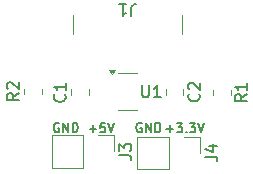
<source format=gbr>
%TF.GenerationSoftware,KiCad,Pcbnew,9.0.4*%
%TF.CreationDate,2025-10-29T17:36:43+05:30*%
%TF.ProjectId,usb_to_3.3v,7573625f-746f-45f3-932e-33762e6b6963,rev?*%
%TF.SameCoordinates,Original*%
%TF.FileFunction,Legend,Top*%
%TF.FilePolarity,Positive*%
%FSLAX46Y46*%
G04 Gerber Fmt 4.6, Leading zero omitted, Abs format (unit mm)*
G04 Created by KiCad (PCBNEW 9.0.4) date 2025-10-29 17:36:43*
%MOMM*%
%LPD*%
G01*
G04 APERTURE LIST*
%ADD10C,0.190500*%
%ADD11C,0.150000*%
%ADD12C,0.120000*%
G04 APERTURE END LIST*
D10*
X152306756Y-89087427D02*
X152887328Y-89087427D01*
X152597042Y-89392189D02*
X152597042Y-88782665D01*
X153177614Y-88592189D02*
X153649328Y-88592189D01*
X153649328Y-88592189D02*
X153395328Y-88896951D01*
X153395328Y-88896951D02*
X153504185Y-88896951D01*
X153504185Y-88896951D02*
X153576757Y-88935046D01*
X153576757Y-88935046D02*
X153613042Y-88973141D01*
X153613042Y-88973141D02*
X153649328Y-89049332D01*
X153649328Y-89049332D02*
X153649328Y-89239808D01*
X153649328Y-89239808D02*
X153613042Y-89315998D01*
X153613042Y-89315998D02*
X153576757Y-89354094D01*
X153576757Y-89354094D02*
X153504185Y-89392189D01*
X153504185Y-89392189D02*
X153286471Y-89392189D01*
X153286471Y-89392189D02*
X153213899Y-89354094D01*
X153213899Y-89354094D02*
X153177614Y-89315998D01*
X153975899Y-89315998D02*
X154012185Y-89354094D01*
X154012185Y-89354094D02*
X153975899Y-89392189D01*
X153975899Y-89392189D02*
X153939613Y-89354094D01*
X153939613Y-89354094D02*
X153975899Y-89315998D01*
X153975899Y-89315998D02*
X153975899Y-89392189D01*
X154266185Y-88592189D02*
X154737899Y-88592189D01*
X154737899Y-88592189D02*
X154483899Y-88896951D01*
X154483899Y-88896951D02*
X154592756Y-88896951D01*
X154592756Y-88896951D02*
X154665328Y-88935046D01*
X154665328Y-88935046D02*
X154701613Y-88973141D01*
X154701613Y-88973141D02*
X154737899Y-89049332D01*
X154737899Y-89049332D02*
X154737899Y-89239808D01*
X154737899Y-89239808D02*
X154701613Y-89315998D01*
X154701613Y-89315998D02*
X154665328Y-89354094D01*
X154665328Y-89354094D02*
X154592756Y-89392189D01*
X154592756Y-89392189D02*
X154375042Y-89392189D01*
X154375042Y-89392189D02*
X154302470Y-89354094D01*
X154302470Y-89354094D02*
X154266185Y-89315998D01*
X154955613Y-88592189D02*
X155209613Y-89392189D01*
X155209613Y-89392189D02*
X155463613Y-88592189D01*
X150205899Y-88630284D02*
X150133328Y-88592189D01*
X150133328Y-88592189D02*
X150024470Y-88592189D01*
X150024470Y-88592189D02*
X149915613Y-88630284D01*
X149915613Y-88630284D02*
X149843042Y-88706474D01*
X149843042Y-88706474D02*
X149806756Y-88782665D01*
X149806756Y-88782665D02*
X149770470Y-88935046D01*
X149770470Y-88935046D02*
X149770470Y-89049332D01*
X149770470Y-89049332D02*
X149806756Y-89201713D01*
X149806756Y-89201713D02*
X149843042Y-89277903D01*
X149843042Y-89277903D02*
X149915613Y-89354094D01*
X149915613Y-89354094D02*
X150024470Y-89392189D01*
X150024470Y-89392189D02*
X150097042Y-89392189D01*
X150097042Y-89392189D02*
X150205899Y-89354094D01*
X150205899Y-89354094D02*
X150242185Y-89315998D01*
X150242185Y-89315998D02*
X150242185Y-89049332D01*
X150242185Y-89049332D02*
X150097042Y-89049332D01*
X150568756Y-89392189D02*
X150568756Y-88592189D01*
X150568756Y-88592189D02*
X151004185Y-89392189D01*
X151004185Y-89392189D02*
X151004185Y-88592189D01*
X151367042Y-89392189D02*
X151367042Y-88592189D01*
X151367042Y-88592189D02*
X151548471Y-88592189D01*
X151548471Y-88592189D02*
X151657328Y-88630284D01*
X151657328Y-88630284D02*
X151729899Y-88706474D01*
X151729899Y-88706474D02*
X151766185Y-88782665D01*
X151766185Y-88782665D02*
X151802471Y-88935046D01*
X151802471Y-88935046D02*
X151802471Y-89049332D01*
X151802471Y-89049332D02*
X151766185Y-89201713D01*
X151766185Y-89201713D02*
X151729899Y-89277903D01*
X151729899Y-89277903D02*
X151657328Y-89354094D01*
X151657328Y-89354094D02*
X151548471Y-89392189D01*
X151548471Y-89392189D02*
X151367042Y-89392189D01*
X143205899Y-88630284D02*
X143133328Y-88592189D01*
X143133328Y-88592189D02*
X143024470Y-88592189D01*
X143024470Y-88592189D02*
X142915613Y-88630284D01*
X142915613Y-88630284D02*
X142843042Y-88706474D01*
X142843042Y-88706474D02*
X142806756Y-88782665D01*
X142806756Y-88782665D02*
X142770470Y-88935046D01*
X142770470Y-88935046D02*
X142770470Y-89049332D01*
X142770470Y-89049332D02*
X142806756Y-89201713D01*
X142806756Y-89201713D02*
X142843042Y-89277903D01*
X142843042Y-89277903D02*
X142915613Y-89354094D01*
X142915613Y-89354094D02*
X143024470Y-89392189D01*
X143024470Y-89392189D02*
X143097042Y-89392189D01*
X143097042Y-89392189D02*
X143205899Y-89354094D01*
X143205899Y-89354094D02*
X143242185Y-89315998D01*
X143242185Y-89315998D02*
X143242185Y-89049332D01*
X143242185Y-89049332D02*
X143097042Y-89049332D01*
X143568756Y-89392189D02*
X143568756Y-88592189D01*
X143568756Y-88592189D02*
X144004185Y-89392189D01*
X144004185Y-89392189D02*
X144004185Y-88592189D01*
X144367042Y-89392189D02*
X144367042Y-88592189D01*
X144367042Y-88592189D02*
X144548471Y-88592189D01*
X144548471Y-88592189D02*
X144657328Y-88630284D01*
X144657328Y-88630284D02*
X144729899Y-88706474D01*
X144729899Y-88706474D02*
X144766185Y-88782665D01*
X144766185Y-88782665D02*
X144802471Y-88935046D01*
X144802471Y-88935046D02*
X144802471Y-89049332D01*
X144802471Y-89049332D02*
X144766185Y-89201713D01*
X144766185Y-89201713D02*
X144729899Y-89277903D01*
X144729899Y-89277903D02*
X144657328Y-89354094D01*
X144657328Y-89354094D02*
X144548471Y-89392189D01*
X144548471Y-89392189D02*
X144367042Y-89392189D01*
X145806756Y-89087427D02*
X146387328Y-89087427D01*
X146097042Y-89392189D02*
X146097042Y-88782665D01*
X147113042Y-88592189D02*
X146750185Y-88592189D01*
X146750185Y-88592189D02*
X146713899Y-88973141D01*
X146713899Y-88973141D02*
X146750185Y-88935046D01*
X146750185Y-88935046D02*
X146822757Y-88896951D01*
X146822757Y-88896951D02*
X147004185Y-88896951D01*
X147004185Y-88896951D02*
X147076757Y-88935046D01*
X147076757Y-88935046D02*
X147113042Y-88973141D01*
X147113042Y-88973141D02*
X147149328Y-89049332D01*
X147149328Y-89049332D02*
X147149328Y-89239808D01*
X147149328Y-89239808D02*
X147113042Y-89315998D01*
X147113042Y-89315998D02*
X147076757Y-89354094D01*
X147076757Y-89354094D02*
X147004185Y-89392189D01*
X147004185Y-89392189D02*
X146822757Y-89392189D01*
X146822757Y-89392189D02*
X146750185Y-89354094D01*
X146750185Y-89354094D02*
X146713899Y-89315998D01*
X147367042Y-88592189D02*
X147621042Y-89392189D01*
X147621042Y-89392189D02*
X147875042Y-88592189D01*
D11*
X155609819Y-91448333D02*
X156324104Y-91448333D01*
X156324104Y-91448333D02*
X156466961Y-91495952D01*
X156466961Y-91495952D02*
X156562200Y-91591190D01*
X156562200Y-91591190D02*
X156609819Y-91734047D01*
X156609819Y-91734047D02*
X156609819Y-91829285D01*
X155943152Y-90543571D02*
X156609819Y-90543571D01*
X155562200Y-90781666D02*
X156276485Y-91019761D01*
X156276485Y-91019761D02*
X156276485Y-90400714D01*
X148334819Y-91333333D02*
X149049104Y-91333333D01*
X149049104Y-91333333D02*
X149191961Y-91380952D01*
X149191961Y-91380952D02*
X149287200Y-91476190D01*
X149287200Y-91476190D02*
X149334819Y-91619047D01*
X149334819Y-91619047D02*
X149334819Y-91714285D01*
X148334819Y-90952380D02*
X148334819Y-90333333D01*
X148334819Y-90333333D02*
X148715771Y-90666666D01*
X148715771Y-90666666D02*
X148715771Y-90523809D01*
X148715771Y-90523809D02*
X148763390Y-90428571D01*
X148763390Y-90428571D02*
X148811009Y-90380952D01*
X148811009Y-90380952D02*
X148906247Y-90333333D01*
X148906247Y-90333333D02*
X149144342Y-90333333D01*
X149144342Y-90333333D02*
X149239580Y-90380952D01*
X149239580Y-90380952D02*
X149287200Y-90428571D01*
X149287200Y-90428571D02*
X149334819Y-90523809D01*
X149334819Y-90523809D02*
X149334819Y-90809523D01*
X149334819Y-90809523D02*
X149287200Y-90904761D01*
X149287200Y-90904761D02*
X149239580Y-90952380D01*
X150238095Y-85404819D02*
X150238095Y-86214342D01*
X150238095Y-86214342D02*
X150285714Y-86309580D01*
X150285714Y-86309580D02*
X150333333Y-86357200D01*
X150333333Y-86357200D02*
X150428571Y-86404819D01*
X150428571Y-86404819D02*
X150619047Y-86404819D01*
X150619047Y-86404819D02*
X150714285Y-86357200D01*
X150714285Y-86357200D02*
X150761904Y-86309580D01*
X150761904Y-86309580D02*
X150809523Y-86214342D01*
X150809523Y-86214342D02*
X150809523Y-85404819D01*
X151809523Y-86404819D02*
X151238095Y-86404819D01*
X151523809Y-86404819D02*
X151523809Y-85404819D01*
X151523809Y-85404819D02*
X151428571Y-85547676D01*
X151428571Y-85547676D02*
X151333333Y-85642914D01*
X151333333Y-85642914D02*
X151238095Y-85690533D01*
X139804819Y-86079166D02*
X139328628Y-86412499D01*
X139804819Y-86650594D02*
X138804819Y-86650594D01*
X138804819Y-86650594D02*
X138804819Y-86269642D01*
X138804819Y-86269642D02*
X138852438Y-86174404D01*
X138852438Y-86174404D02*
X138900057Y-86126785D01*
X138900057Y-86126785D02*
X138995295Y-86079166D01*
X138995295Y-86079166D02*
X139138152Y-86079166D01*
X139138152Y-86079166D02*
X139233390Y-86126785D01*
X139233390Y-86126785D02*
X139281009Y-86174404D01*
X139281009Y-86174404D02*
X139328628Y-86269642D01*
X139328628Y-86269642D02*
X139328628Y-86650594D01*
X138900057Y-85698213D02*
X138852438Y-85650594D01*
X138852438Y-85650594D02*
X138804819Y-85555356D01*
X138804819Y-85555356D02*
X138804819Y-85317261D01*
X138804819Y-85317261D02*
X138852438Y-85222023D01*
X138852438Y-85222023D02*
X138900057Y-85174404D01*
X138900057Y-85174404D02*
X138995295Y-85126785D01*
X138995295Y-85126785D02*
X139090533Y-85126785D01*
X139090533Y-85126785D02*
X139233390Y-85174404D01*
X139233390Y-85174404D02*
X139804819Y-85745832D01*
X139804819Y-85745832D02*
X139804819Y-85126785D01*
X159104819Y-86166666D02*
X158628628Y-86499999D01*
X159104819Y-86738094D02*
X158104819Y-86738094D01*
X158104819Y-86738094D02*
X158104819Y-86357142D01*
X158104819Y-86357142D02*
X158152438Y-86261904D01*
X158152438Y-86261904D02*
X158200057Y-86214285D01*
X158200057Y-86214285D02*
X158295295Y-86166666D01*
X158295295Y-86166666D02*
X158438152Y-86166666D01*
X158438152Y-86166666D02*
X158533390Y-86214285D01*
X158533390Y-86214285D02*
X158581009Y-86261904D01*
X158581009Y-86261904D02*
X158628628Y-86357142D01*
X158628628Y-86357142D02*
X158628628Y-86738094D01*
X159104819Y-85214285D02*
X159104819Y-85785713D01*
X159104819Y-85499999D02*
X158104819Y-85499999D01*
X158104819Y-85499999D02*
X158247676Y-85595237D01*
X158247676Y-85595237D02*
X158342914Y-85690475D01*
X158342914Y-85690475D02*
X158390533Y-85785713D01*
X149333333Y-79545180D02*
X149333333Y-78830895D01*
X149333333Y-78830895D02*
X149380952Y-78688038D01*
X149380952Y-78688038D02*
X149476190Y-78592800D01*
X149476190Y-78592800D02*
X149619047Y-78545180D01*
X149619047Y-78545180D02*
X149714285Y-78545180D01*
X148333333Y-78545180D02*
X148904761Y-78545180D01*
X148619047Y-78545180D02*
X148619047Y-79545180D01*
X148619047Y-79545180D02*
X148714285Y-79402323D01*
X148714285Y-79402323D02*
X148809523Y-79307085D01*
X148809523Y-79307085D02*
X148904761Y-79259466D01*
X155039580Y-86116666D02*
X155087200Y-86164285D01*
X155087200Y-86164285D02*
X155134819Y-86307142D01*
X155134819Y-86307142D02*
X155134819Y-86402380D01*
X155134819Y-86402380D02*
X155087200Y-86545237D01*
X155087200Y-86545237D02*
X154991961Y-86640475D01*
X154991961Y-86640475D02*
X154896723Y-86688094D01*
X154896723Y-86688094D02*
X154706247Y-86735713D01*
X154706247Y-86735713D02*
X154563390Y-86735713D01*
X154563390Y-86735713D02*
X154372914Y-86688094D01*
X154372914Y-86688094D02*
X154277676Y-86640475D01*
X154277676Y-86640475D02*
X154182438Y-86545237D01*
X154182438Y-86545237D02*
X154134819Y-86402380D01*
X154134819Y-86402380D02*
X154134819Y-86307142D01*
X154134819Y-86307142D02*
X154182438Y-86164285D01*
X154182438Y-86164285D02*
X154230057Y-86116666D01*
X154230057Y-85735713D02*
X154182438Y-85688094D01*
X154182438Y-85688094D02*
X154134819Y-85592856D01*
X154134819Y-85592856D02*
X154134819Y-85354761D01*
X154134819Y-85354761D02*
X154182438Y-85259523D01*
X154182438Y-85259523D02*
X154230057Y-85211904D01*
X154230057Y-85211904D02*
X154325295Y-85164285D01*
X154325295Y-85164285D02*
X154420533Y-85164285D01*
X154420533Y-85164285D02*
X154563390Y-85211904D01*
X154563390Y-85211904D02*
X155134819Y-85783332D01*
X155134819Y-85783332D02*
X155134819Y-85164285D01*
X143679580Y-86166666D02*
X143727200Y-86214285D01*
X143727200Y-86214285D02*
X143774819Y-86357142D01*
X143774819Y-86357142D02*
X143774819Y-86452380D01*
X143774819Y-86452380D02*
X143727200Y-86595237D01*
X143727200Y-86595237D02*
X143631961Y-86690475D01*
X143631961Y-86690475D02*
X143536723Y-86738094D01*
X143536723Y-86738094D02*
X143346247Y-86785713D01*
X143346247Y-86785713D02*
X143203390Y-86785713D01*
X143203390Y-86785713D02*
X143012914Y-86738094D01*
X143012914Y-86738094D02*
X142917676Y-86690475D01*
X142917676Y-86690475D02*
X142822438Y-86595237D01*
X142822438Y-86595237D02*
X142774819Y-86452380D01*
X142774819Y-86452380D02*
X142774819Y-86357142D01*
X142774819Y-86357142D02*
X142822438Y-86214285D01*
X142822438Y-86214285D02*
X142870057Y-86166666D01*
X143774819Y-85214285D02*
X143774819Y-85785713D01*
X143774819Y-85499999D02*
X142774819Y-85499999D01*
X142774819Y-85499999D02*
X142917676Y-85595237D01*
X142917676Y-85595237D02*
X143012914Y-85690475D01*
X143012914Y-85690475D02*
X143060533Y-85785713D01*
D12*
%TO.C,J4*%
X155155000Y-89735000D02*
X155155000Y-91115000D01*
X153775000Y-89735000D02*
X155155000Y-89735000D01*
X152505000Y-89735000D02*
X149855000Y-89735000D01*
X152505000Y-89735000D02*
X152505000Y-92495000D01*
X149855000Y-89735000D02*
X149855000Y-92495000D01*
X152505000Y-92495000D02*
X149855000Y-92495000D01*
%TO.C,J3*%
X147880000Y-89620000D02*
X147880000Y-91000000D01*
X146500000Y-89620000D02*
X147880000Y-89620000D01*
X145230000Y-89620000D02*
X142580000Y-89620000D01*
X145230000Y-89620000D02*
X145230000Y-92380000D01*
X142580000Y-89620000D02*
X142580000Y-92380000D01*
X145230000Y-92380000D02*
X142580000Y-92380000D01*
%TO.C,U1*%
X149000000Y-84390000D02*
X148200000Y-84390000D01*
X149000000Y-84390000D02*
X149800000Y-84390000D01*
X149000000Y-87510000D02*
X148200000Y-87510000D01*
X149000000Y-87510000D02*
X149800000Y-87510000D01*
X147700000Y-84440000D02*
X147460000Y-84110000D01*
X147940000Y-84110000D01*
X147700000Y-84440000D01*
G36*
X147700000Y-84440000D02*
G01*
X147460000Y-84110000D01*
X147940000Y-84110000D01*
X147700000Y-84440000D01*
G37*
%TO.C,R2*%
X140265000Y-86139564D02*
X140265000Y-85685436D01*
X141735000Y-86139564D02*
X141735000Y-85685436D01*
%TO.C,R1*%
X157735000Y-85772936D02*
X157735000Y-86227064D01*
X156265000Y-85772936D02*
X156265000Y-86227064D01*
%TO.C,J1*%
X153600000Y-81040000D02*
X153600000Y-79410000D01*
X144400000Y-81040000D02*
X144400000Y-79410000D01*
%TO.C,C2*%
X153735000Y-85688748D02*
X153735000Y-86211252D01*
X152265000Y-85688748D02*
X152265000Y-86211252D01*
%TO.C,C1*%
X144265000Y-86261252D02*
X144265000Y-85738748D01*
X145735000Y-86261252D02*
X145735000Y-85738748D01*
%TD*%
M02*

</source>
